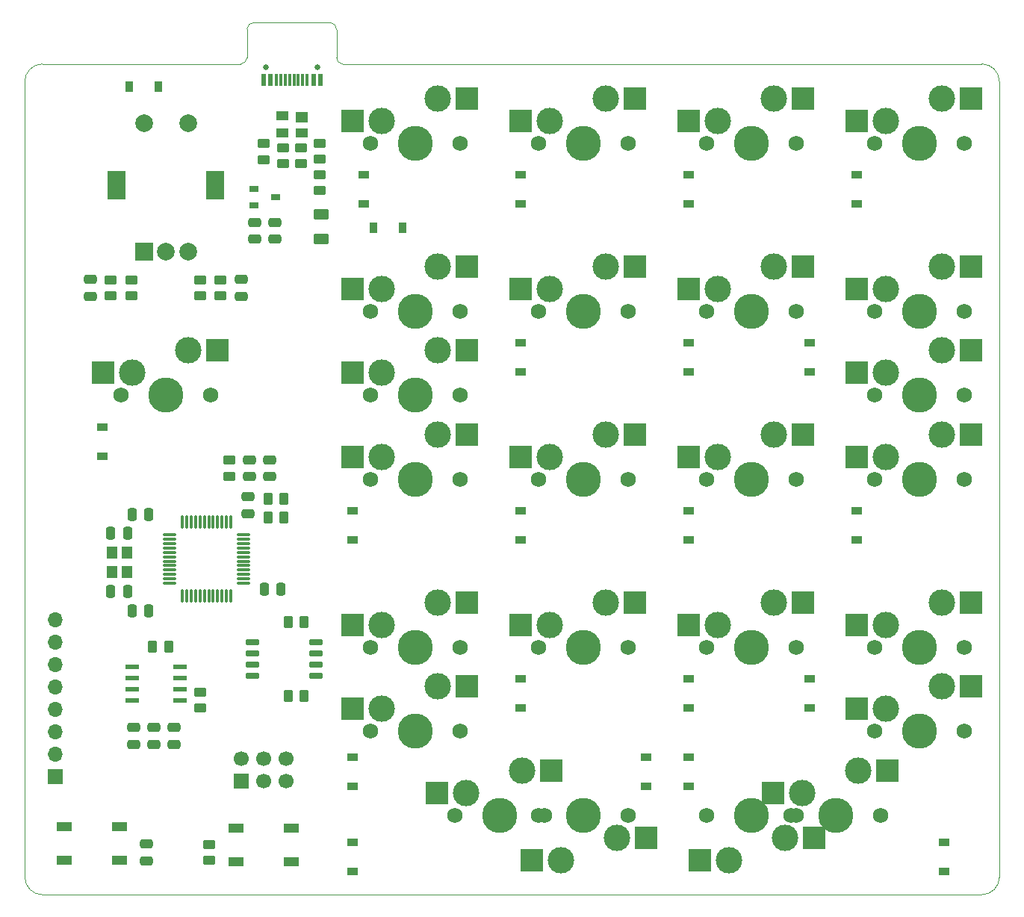
<source format=gbs>
G04 #@! TF.GenerationSoftware,KiCad,Pcbnew,(6.99.0-1912-g359c99991b)*
G04 #@! TF.CreationDate,2022-06-29T21:44:02+07:00*
G04 #@! TF.ProjectId,lazulipad,6c617a75-6c69-4706-9164-2e6b69636164,1*
G04 #@! TF.SameCoordinates,Original*
G04 #@! TF.FileFunction,Soldermask,Bot*
G04 #@! TF.FilePolarity,Negative*
%FSLAX46Y46*%
G04 Gerber Fmt 4.6, Leading zero omitted, Abs format (unit mm)*
G04 Created by KiCad (PCBNEW (6.99.0-1912-g359c99991b)) date 2022-06-29 21:44:02*
%MOMM*%
%LPD*%
G01*
G04 APERTURE LIST*
G04 Aperture macros list*
%AMRoundRect*
0 Rectangle with rounded corners*
0 $1 Rounding radius*
0 $2 $3 $4 $5 $6 $7 $8 $9 X,Y pos of 4 corners*
0 Add a 4 corners polygon primitive as box body*
4,1,4,$2,$3,$4,$5,$6,$7,$8,$9,$2,$3,0*
0 Add four circle primitives for the rounded corners*
1,1,$1+$1,$2,$3*
1,1,$1+$1,$4,$5*
1,1,$1+$1,$6,$7*
1,1,$1+$1,$8,$9*
0 Add four rect primitives between the rounded corners*
20,1,$1+$1,$2,$3,$4,$5,0*
20,1,$1+$1,$4,$5,$6,$7,0*
20,1,$1+$1,$6,$7,$8,$9,0*
20,1,$1+$1,$8,$9,$2,$3,0*%
G04 Aperture macros list end*
%ADD10C,1.750000*%
%ADD11C,3.000000*%
%ADD12C,3.987800*%
%ADD13R,2.550000X2.500000*%
%ADD14R,1.700000X1.700000*%
%ADD15O,1.700000X1.700000*%
%ADD16C,1.700000*%
%ADD17R,2.000000X3.200000*%
%ADD18R,2.000000X2.000000*%
%ADD19C,2.000000*%
%ADD20R,1.550000X0.600000*%
%ADD21RoundRect,0.250000X0.625000X-0.375000X0.625000X0.375000X-0.625000X0.375000X-0.625000X-0.375000X0*%
%ADD22R,1.700000X1.000000*%
%ADD23RoundRect,0.250000X0.250000X0.475000X-0.250000X0.475000X-0.250000X-0.475000X0.250000X-0.475000X0*%
%ADD24RoundRect,0.250000X-0.450000X0.262500X-0.450000X-0.262500X0.450000X-0.262500X0.450000X0.262500X0*%
%ADD25R,1.000000X0.800000*%
%ADD26R,1.200000X0.900000*%
%ADD27RoundRect,0.250000X0.450000X-0.262500X0.450000X0.262500X-0.450000X0.262500X-0.450000X-0.262500X0*%
%ADD28R,1.200000X1.400000*%
%ADD29RoundRect,0.250000X0.475000X-0.250000X0.475000X0.250000X-0.475000X0.250000X-0.475000X-0.250000X0*%
%ADD30R,0.900000X1.200000*%
%ADD31RoundRect,0.250000X-0.262500X-0.450000X0.262500X-0.450000X0.262500X0.450000X-0.262500X0.450000X0*%
%ADD32RoundRect,0.250000X0.262500X0.450000X-0.262500X0.450000X-0.262500X-0.450000X0.262500X-0.450000X0*%
%ADD33C,0.650000*%
%ADD34R,0.600000X1.450000*%
%ADD35R,0.300000X1.450000*%
%ADD36RoundRect,0.150000X0.650000X0.150000X-0.650000X0.150000X-0.650000X-0.150000X0.650000X-0.150000X0*%
%ADD37RoundRect,0.250000X-0.475000X0.250000X-0.475000X-0.250000X0.475000X-0.250000X0.475000X0.250000X0*%
%ADD38RoundRect,0.075000X-0.662500X-0.075000X0.662500X-0.075000X0.662500X0.075000X-0.662500X0.075000X0*%
%ADD39RoundRect,0.075000X-0.075000X-0.662500X0.075000X-0.662500X0.075000X0.662500X-0.075000X0.662500X0*%
%ADD40R,1.400000X1.200000*%
%ADD41R,1.400000X1.000000*%
G04 #@! TA.AperFunction,Profile*
%ADD42C,0.100000*%
G04 #@! TD*
G04 APERTURE END LIST*
D10*
X77294500Y-47100000D03*
D11*
X78564500Y-44560000D03*
D12*
X82374500Y-47100000D03*
D11*
X84914500Y-42020000D03*
D10*
X87454500Y-47100000D03*
D13*
X75289499Y-44559999D03*
X88216499Y-42019999D03*
D10*
X96344500Y-9000000D03*
D11*
X97614500Y-6460000D03*
D12*
X101424500Y-9000000D03*
D11*
X103964500Y-3920000D03*
D10*
X106504500Y-9000000D03*
D13*
X94339499Y-6459999D03*
X107266499Y-3919999D03*
D10*
X77294500Y-9000000D03*
D11*
X78564500Y-6460000D03*
D12*
X82374500Y-9000000D03*
D11*
X84914500Y-3920000D03*
D10*
X87454500Y-9000000D03*
D13*
X75289499Y-6459999D03*
X88216499Y-3919999D03*
D10*
X58244500Y-28050000D03*
D11*
X59514500Y-25510000D03*
D12*
X63324500Y-28050000D03*
D11*
X65864500Y-22970000D03*
D10*
X68404500Y-28050000D03*
D13*
X56239499Y-25509999D03*
X69166499Y-22969999D03*
D10*
X39194500Y-9000000D03*
D11*
X40464500Y-6460000D03*
D12*
X44274500Y-9000000D03*
D11*
X46814500Y-3920000D03*
D10*
X49354500Y-9000000D03*
D13*
X37189499Y-6459999D03*
X50116499Y-3919999D03*
D10*
X96344500Y-47100000D03*
D11*
X97614500Y-44560000D03*
D12*
X101424500Y-47100000D03*
D11*
X103964500Y-42020000D03*
D10*
X106504500Y-47100000D03*
D13*
X94339499Y-44559999D03*
X107266499Y-42019999D03*
D10*
X96344500Y-75675000D03*
D11*
X97614500Y-73135000D03*
D12*
X101424500Y-75675000D03*
D11*
X103964500Y-70595000D03*
D10*
X106504500Y-75675000D03*
D13*
X94339499Y-73134999D03*
X107266499Y-70594999D03*
D10*
X77294500Y-66150000D03*
D11*
X78564500Y-63610000D03*
D12*
X82374500Y-66150000D03*
D11*
X84914500Y-61070000D03*
D10*
X87454500Y-66150000D03*
D13*
X75289499Y-63609999D03*
X88216499Y-61069999D03*
D10*
X87454500Y-85200000D03*
D11*
X86184500Y-87740000D03*
D12*
X82374500Y-85200000D03*
D11*
X79834500Y-90280000D03*
D10*
X77294500Y-85200000D03*
D13*
X89459499Y-87739999D03*
X76532499Y-90279999D03*
D10*
X39194500Y-75675000D03*
D11*
X40464500Y-73135000D03*
D12*
X44274500Y-75675000D03*
D11*
X46814500Y-70595000D03*
D10*
X49354500Y-75675000D03*
D13*
X37189499Y-73134999D03*
X50116499Y-70594999D03*
D14*
X3443999Y-80771999D03*
D15*
X3443999Y-78231999D03*
X3443999Y-75691999D03*
X3443999Y-73151999D03*
X3443999Y-70611999D03*
X3443999Y-68071999D03*
X3443999Y-65531999D03*
X3443999Y-62991999D03*
D10*
X39194500Y-66150000D03*
D11*
X40464500Y-63610000D03*
D12*
X44274500Y-66150000D03*
D11*
X46814500Y-61070000D03*
D10*
X49354500Y-66150000D03*
D13*
X37189499Y-63609999D03*
X50116499Y-61069999D03*
D10*
X58244500Y-9000000D03*
D11*
X59514500Y-6460000D03*
D12*
X63324500Y-9000000D03*
D11*
X65864500Y-3920000D03*
D10*
X68404500Y-9000000D03*
D13*
X56239499Y-6459999D03*
X69166499Y-3919999D03*
D10*
X39194500Y-37575000D03*
D11*
X40464500Y-35035000D03*
D12*
X44274500Y-37575000D03*
D11*
X46814500Y-32495000D03*
D10*
X49354500Y-37575000D03*
D13*
X37189499Y-35034999D03*
X50116499Y-32494999D03*
D10*
X10907000Y-37575000D03*
D11*
X12177000Y-35035000D03*
D12*
X15987000Y-37575000D03*
D11*
X18527000Y-32495000D03*
D10*
X21067000Y-37575000D03*
D13*
X8901999Y-35034999D03*
X21828999Y-32494999D03*
D10*
X96344500Y-37575000D03*
D11*
X97614500Y-35035000D03*
D12*
X101424500Y-37575000D03*
D11*
X103964500Y-32495000D03*
D10*
X106504500Y-37575000D03*
D13*
X94339499Y-35034999D03*
X107266499Y-32494999D03*
D10*
X96344500Y-28050000D03*
D11*
X97614500Y-25510000D03*
D12*
X101424500Y-28050000D03*
D11*
X103964500Y-22970000D03*
D10*
X106504500Y-28050000D03*
D13*
X94339499Y-25509999D03*
X107266499Y-22969999D03*
D10*
X48719500Y-85200000D03*
D11*
X49989500Y-82660000D03*
D12*
X53799500Y-85200000D03*
D11*
X56339500Y-80120000D03*
D10*
X58879500Y-85200000D03*
D13*
X46714499Y-82659999D03*
X59641499Y-80119999D03*
D10*
X58244500Y-47100000D03*
D11*
X59514500Y-44560000D03*
D12*
X63324500Y-47100000D03*
D11*
X65864500Y-42020000D03*
D10*
X68404500Y-47100000D03*
D13*
X56239499Y-44559999D03*
X69166499Y-42019999D03*
D10*
X39194500Y-47100000D03*
D11*
X40464500Y-44560000D03*
D12*
X44274500Y-47100000D03*
D11*
X46814500Y-42020000D03*
D10*
X49354500Y-47100000D03*
D13*
X37189499Y-44559999D03*
X50116499Y-42019999D03*
D10*
X68404500Y-85200000D03*
D11*
X67134500Y-87740000D03*
D12*
X63324500Y-85200000D03*
D11*
X60784500Y-90280000D03*
D10*
X58244500Y-85200000D03*
D13*
X70409499Y-87739999D03*
X57482499Y-90279999D03*
D16*
X29623000Y-78751500D03*
X29623000Y-81291500D03*
X27083000Y-78751500D03*
X27083000Y-81291500D03*
X24543000Y-78751500D03*
D14*
X24542999Y-81291499D03*
D10*
X39194500Y-28050000D03*
D11*
X40464500Y-25510000D03*
D12*
X44274500Y-28050000D03*
D11*
X46814500Y-22970000D03*
D10*
X49354500Y-28050000D03*
D13*
X37189499Y-25509999D03*
X50116499Y-22969999D03*
D10*
X86819500Y-85200000D03*
D11*
X88089500Y-82660000D03*
D12*
X91899500Y-85200000D03*
D11*
X94439500Y-80120000D03*
D10*
X96979500Y-85200000D03*
D13*
X84814499Y-82659999D03*
X97741499Y-80119999D03*
D10*
X58244500Y-66150000D03*
D11*
X59514500Y-63610000D03*
D12*
X63324500Y-66150000D03*
D11*
X65864500Y-61070000D03*
D10*
X68404500Y-66150000D03*
D13*
X56239499Y-63609999D03*
X69166499Y-61069999D03*
D17*
X10386999Y-13762499D03*
X21586999Y-13762499D03*
D18*
X13486999Y-21262499D03*
D19*
X18487000Y-21262500D03*
X15987000Y-21262500D03*
X18487000Y-6762500D03*
X13487000Y-6762500D03*
D10*
X77294500Y-28050000D03*
D11*
X78564500Y-25510000D03*
D12*
X82374500Y-28050000D03*
D11*
X84914500Y-22970000D03*
D10*
X87454500Y-28050000D03*
D13*
X75289499Y-25509999D03*
X88216499Y-22969999D03*
D10*
X96344500Y-66150000D03*
D11*
X97614500Y-63610000D03*
D12*
X101424500Y-66150000D03*
D11*
X103964500Y-61070000D03*
D10*
X106504500Y-66150000D03*
D13*
X94339499Y-63609999D03*
X107266499Y-61069999D03*
D20*
X12190999Y-72135999D03*
X12190999Y-70865999D03*
X12190999Y-69595999D03*
X12190999Y-68325999D03*
X17590999Y-68325999D03*
X17590999Y-69595999D03*
X17590999Y-70865999D03*
X17590999Y-72135999D03*
D21*
X33560000Y-19815000D03*
X33560000Y-17015000D03*
D22*
X10769999Y-86491999D03*
X4469999Y-86491999D03*
X10769999Y-90291999D03*
X4469999Y-90291999D03*
D23*
X11650000Y-59817000D03*
X9750000Y-59817000D03*
D24*
X12097000Y-24487500D03*
X12097000Y-26312500D03*
D25*
X26009999Y-16062998D03*
X26009999Y-14162999D03*
X28409999Y-15112999D03*
D26*
X70389999Y-78613999D03*
X70389999Y-81913999D03*
X75215999Y-73023999D03*
X75215999Y-69723999D03*
D27*
X27034844Y-10838616D03*
X27034844Y-9013616D03*
D28*
X11549999Y-55414999D03*
X11549999Y-57614999D03*
X9849999Y-57614999D03*
X9849999Y-55414999D03*
D26*
X56165999Y-15873999D03*
X56165999Y-12573999D03*
D29*
X25432000Y-46797000D03*
X25432000Y-44897000D03*
D24*
X19844000Y-24487500D03*
X19844000Y-26312500D03*
D30*
X42829999Y-18541999D03*
X39529999Y-18541999D03*
D27*
X23146000Y-46759500D03*
X23146000Y-44934500D03*
D24*
X33409719Y-8986680D03*
X33409719Y-10811680D03*
D27*
X31274000Y-11326500D03*
X31274000Y-9501500D03*
D29*
X7398000Y-26350000D03*
X7398000Y-24450000D03*
D22*
X23900999Y-90418999D03*
X30200999Y-90418999D03*
X23900999Y-86618999D03*
X30200999Y-86618999D03*
D31*
X27567500Y-51435000D03*
X29392500Y-51435000D03*
D26*
X37115999Y-53973999D03*
X37115999Y-50673999D03*
X38385999Y-15873999D03*
X38385999Y-12573999D03*
D32*
X29392500Y-49276000D03*
X27567500Y-49276000D03*
D27*
X22130000Y-26312500D03*
X22130000Y-24487500D03*
D31*
X29853500Y-71628000D03*
X31678500Y-71628000D03*
D33*
X27368000Y-387000D03*
X33148000Y-387000D03*
D34*
X27032999Y-1831999D03*
X27807999Y-1831999D03*
D35*
X28507999Y-1831999D03*
X29007999Y-1831999D03*
X29507999Y-1831999D03*
X30007999Y-1831999D03*
X30507999Y-1831999D03*
X31007999Y-1831999D03*
X31507999Y-1831999D03*
X32007999Y-1831999D03*
D34*
X32707999Y-1831999D03*
X33482999Y-1831999D03*
D29*
X27718000Y-46797000D03*
X27718000Y-44897000D03*
D26*
X75215999Y-15873999D03*
X75215999Y-12573999D03*
D36*
X32969000Y-65532000D03*
X32969000Y-66802000D03*
X32969000Y-68072000D03*
X32969000Y-69342000D03*
X25769000Y-69342000D03*
X25769000Y-68072000D03*
X25769000Y-66802000D03*
X25769000Y-65532000D03*
D32*
X31678500Y-63246000D03*
X29853500Y-63246000D03*
D37*
X14637000Y-75255000D03*
X14637000Y-77155000D03*
D32*
X16311500Y-66040000D03*
X14486500Y-66040000D03*
D26*
X75215999Y-34923999D03*
X75215999Y-31623999D03*
D23*
X14063000Y-51054000D03*
X12163000Y-51054000D03*
X11650000Y-53213000D03*
X9750000Y-53213000D03*
D27*
X29242000Y-11326500D03*
X29242000Y-9501500D03*
D26*
X37115999Y-91565999D03*
X37115999Y-88265999D03*
X94265999Y-15873999D03*
X94265999Y-12573999D03*
D37*
X13748000Y-88458000D03*
X13748000Y-90358000D03*
D26*
X37115999Y-81913999D03*
X37115999Y-78613999D03*
X56165999Y-53973999D03*
X56165999Y-50673999D03*
X75215999Y-53973999D03*
X75215999Y-50673999D03*
X88931999Y-34923999D03*
X88931999Y-31623999D03*
D38*
X16443500Y-58884000D03*
X16443500Y-58384000D03*
X16443500Y-57884000D03*
X16443500Y-57384000D03*
X16443500Y-56884000D03*
X16443500Y-56384000D03*
X16443500Y-55884000D03*
X16443500Y-55384000D03*
X16443500Y-54884000D03*
X16443500Y-54384000D03*
X16443500Y-53884000D03*
X16443500Y-53384000D03*
D39*
X17856000Y-51971500D03*
X18356000Y-51971500D03*
X18856000Y-51971500D03*
X19356000Y-51971500D03*
X19856000Y-51971500D03*
X20356000Y-51971500D03*
X20856000Y-51971500D03*
X21356000Y-51971500D03*
X21856000Y-51971500D03*
X22356000Y-51971500D03*
X22856000Y-51971500D03*
X23356000Y-51971500D03*
D38*
X24768500Y-53384000D03*
X24768500Y-53884000D03*
X24768500Y-54384000D03*
X24768500Y-54884000D03*
X24768500Y-55384000D03*
X24768500Y-55884000D03*
X24768500Y-56384000D03*
X24768500Y-56884000D03*
X24768500Y-57384000D03*
X24768500Y-57884000D03*
X24768500Y-58384000D03*
X24768500Y-58884000D03*
D39*
X23356000Y-60296500D03*
X22856000Y-60296500D03*
X22356000Y-60296500D03*
X21856000Y-60296500D03*
X21356000Y-60296500D03*
X20856000Y-60296500D03*
X20356000Y-60296500D03*
X19856000Y-60296500D03*
X19356000Y-60296500D03*
X18856000Y-60296500D03*
X18356000Y-60296500D03*
X17856000Y-60296500D03*
D24*
X19844000Y-71223500D03*
X19844000Y-73048500D03*
D30*
X15143999Y-2539999D03*
X11843999Y-2539999D03*
D26*
X56165999Y-73023999D03*
X56165999Y-69723999D03*
X8794999Y-44448999D03*
X8794999Y-41148999D03*
D29*
X24543000Y-26350000D03*
X24543000Y-24450000D03*
D26*
X94265999Y-53973999D03*
X94265999Y-50673999D03*
D23*
X29049000Y-59563000D03*
X27149000Y-59563000D03*
D27*
X9684000Y-26312500D03*
X9684000Y-24487500D03*
X33433000Y-14374500D03*
X33433000Y-12549500D03*
D37*
X26067000Y-17973000D03*
X26067000Y-19873000D03*
X28353000Y-17973000D03*
X28353000Y-19873000D03*
D26*
X104171999Y-91565999D03*
X104171999Y-88265999D03*
X56165999Y-34923999D03*
X56165999Y-31623999D03*
D27*
X20860000Y-90320500D03*
X20860000Y-88495500D03*
D26*
X88931999Y-73023999D03*
X88931999Y-69723999D03*
D40*
X31357999Y-6087999D03*
D41*
X31357999Y-7807999D03*
X29157999Y-7807999D03*
X29157999Y-5907999D03*
D29*
X16923000Y-77150000D03*
X16923000Y-75250000D03*
D26*
X75215999Y-78613999D03*
X75215999Y-81913999D03*
D37*
X12351000Y-75255000D03*
X12351000Y-77155000D03*
X25305000Y-49088000D03*
X25305000Y-50988000D03*
D23*
X14063000Y-61976000D03*
X12163000Y-61976000D03*
D42*
X35338000Y3889000D02*
G75*
G03*
X34576000Y4699000I-786000J24000D01*
G01*
X35338001Y690001D02*
G75*
G03*
X36076001Y-23999I725999J11999D01*
G01*
X108472786Y-94200000D02*
X2000000Y-94200000D01*
X110472786Y-2000000D02*
X110472786Y-92200000D01*
X36076001Y-23999D02*
X108472786Y0D01*
X0Y-92200000D02*
G75*
G03*
X2000000Y-94200000I1999995J-5D01*
G01*
X2000000Y0D02*
X24470816Y0D01*
X24470816Y-16D02*
G75*
G03*
X25184816Y738001I-12016J726016D01*
G01*
X35338000Y690001D02*
X35338000Y3889000D01*
X25184816Y738001D02*
X25184816Y3937000D01*
X108472786Y-94199986D02*
G75*
G03*
X110472786Y-92200000I14J1999986D01*
G01*
X25994815Y4698983D02*
G75*
G03*
X25184816Y3937000I-24015J-785983D01*
G01*
X2000000Y0D02*
G75*
G03*
X0Y-2000000I-1J-1999999D01*
G01*
X34576000Y4699000D02*
X25994816Y4699000D01*
X0Y-92200000D02*
X0Y-2000000D01*
X110472800Y-2000000D02*
G75*
G03*
X108472786Y0I-2000000J0D01*
G01*
M02*

</source>
